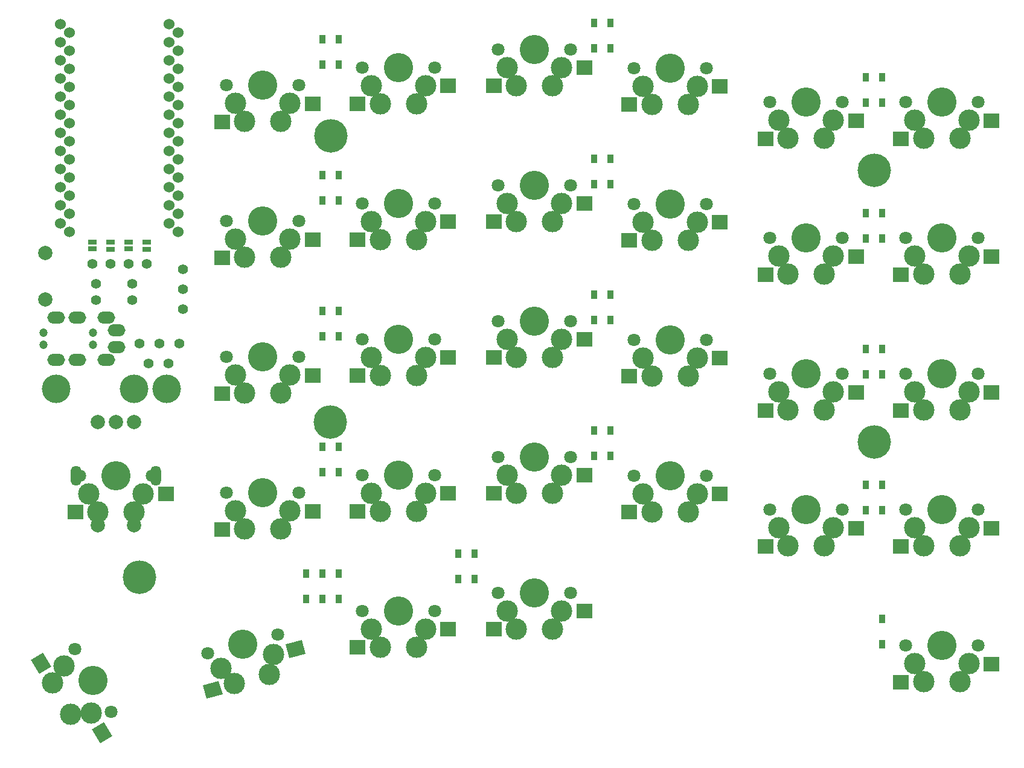
<source format=gbs>
G04 #@! TF.GenerationSoftware,KiCad,Pcbnew,(6.0.2-0)*
G04 #@! TF.CreationDate,2022-02-19T09:10:41+00:00*
G04 #@! TF.ProjectId,SofleKeyboard,536f666c-654b-4657-9962-6f6172642e6b,rev?*
G04 #@! TF.SameCoordinates,Original*
G04 #@! TF.FileFunction,Soldermask,Bot*
G04 #@! TF.FilePolarity,Negative*
%FSLAX46Y46*%
G04 Gerber Fmt 4.6, Leading zero omitted, Abs format (unit mm)*
G04 Created by KiCad (PCBNEW (6.0.2-0)) date 2022-02-19 09:10:41*
%MOMM*%
%LPD*%
G01*
G04 APERTURE LIST*
%ADD10R,0.950000X1.300000*%
%ADD11C,1.397000*%
%ADD12C,2.000000*%
%ADD13C,3.000000*%
%ADD14C,1.800000*%
%ADD15C,4.100000*%
%ADD16R,2.300000X2.000000*%
%ADD17O,1.500000X2.800000*%
%ADD18C,4.000000*%
%ADD19C,4.700000*%
%ADD20C,1.524000*%
%ADD21C,1.200000*%
%ADD22O,2.500000X1.700000*%
%ADD23R,1.143000X0.635000*%
G04 APERTURE END LIST*
D10*
X122174000Y-45723000D03*
X122174000Y-49273000D03*
X124460000Y-45723000D03*
X124460000Y-49273000D03*
X160274000Y-43437000D03*
X160274000Y-46987000D03*
X162560000Y-43437000D03*
X162560000Y-46987000D03*
X198374000Y-51057000D03*
X198374000Y-54607000D03*
X200660000Y-51057000D03*
X200660000Y-54607000D03*
X122174000Y-64773000D03*
X122174000Y-68323000D03*
X124460000Y-64773000D03*
X124460000Y-68323000D03*
X160274000Y-62487000D03*
X160274000Y-66037000D03*
X162560000Y-62487000D03*
X162560000Y-66037000D03*
X198374000Y-70107000D03*
X198374000Y-73657000D03*
X200660000Y-70107000D03*
X200660000Y-73657000D03*
X122174000Y-83823000D03*
X122174000Y-87373000D03*
X124460000Y-83823000D03*
X124460000Y-87373000D03*
X160274000Y-81537000D03*
X160274000Y-85087000D03*
X162560000Y-81537000D03*
X162560000Y-85087000D03*
X198374000Y-89157000D03*
X198374000Y-92707000D03*
X200660000Y-89157000D03*
X200660000Y-92707000D03*
X122174000Y-102873000D03*
X122174000Y-106423000D03*
X124460000Y-102873000D03*
X124460000Y-106423000D03*
X160274000Y-100587000D03*
X160274000Y-104137000D03*
X162560000Y-100587000D03*
X162560000Y-104137000D03*
X198374000Y-108207000D03*
X198374000Y-111757000D03*
X200660000Y-108207000D03*
X200660000Y-111757000D03*
X119888000Y-120646000D03*
X119888000Y-124196000D03*
X122174000Y-120653000D03*
X122174000Y-124203000D03*
X124460000Y-120646000D03*
X124460000Y-124196000D03*
X141224000Y-117856000D03*
X141224000Y-121406000D03*
X143510000Y-117859000D03*
X143510000Y-121409000D03*
X200660000Y-127003000D03*
X200660000Y-130553000D03*
D11*
X89916000Y-77216000D03*
X92456000Y-77216000D03*
X94996000Y-77216000D03*
X97536000Y-77216000D03*
X95504000Y-82296000D03*
X90424000Y-82296000D03*
X95504000Y-80010000D03*
X90424000Y-80010000D03*
D12*
X83312000Y-75744000D03*
X83312000Y-82244000D03*
D13*
X111287180Y-57269380D03*
D14*
X118907180Y-52189380D03*
X108747180Y-52189380D03*
D13*
X110017180Y-54729381D03*
X117637180Y-54729380D03*
D15*
X113827180Y-52189380D03*
D13*
X116367180Y-57269380D03*
D16*
X120827180Y-54769380D03*
X108127180Y-57309380D03*
D13*
X135366000Y-54768000D03*
D14*
X127746000Y-49688000D03*
D15*
X132826000Y-49688000D03*
D14*
X137906000Y-49688000D03*
D13*
X130286000Y-54768000D03*
X129016000Y-52228001D03*
X136636000Y-52228000D03*
D16*
X139826000Y-52268000D03*
X127126000Y-54808000D03*
D13*
X148116000Y-49710001D03*
X154466000Y-52250000D03*
D14*
X146846000Y-47170000D03*
D15*
X151926000Y-47170000D03*
D13*
X149386000Y-52250000D03*
D14*
X157006000Y-47170000D03*
D13*
X155736000Y-49710000D03*
D16*
X158926000Y-49750000D03*
X146226000Y-52290000D03*
D14*
X176007000Y-49789000D03*
D13*
X174737000Y-52329000D03*
X167117000Y-52329001D03*
D15*
X170927000Y-49789000D03*
D13*
X168387000Y-54869000D03*
D14*
X165847000Y-49789000D03*
D13*
X173467000Y-54869000D03*
D16*
X177927000Y-52369000D03*
X165227000Y-54909000D03*
D13*
X192566000Y-59669000D03*
X186216000Y-57129001D03*
X193836000Y-57129000D03*
D14*
X195106000Y-54589000D03*
D15*
X190026000Y-54589000D03*
D13*
X187486000Y-59669000D03*
D14*
X184946000Y-54589000D03*
D16*
X197026000Y-57169000D03*
X184326000Y-59709000D03*
D13*
X205215340Y-57130741D03*
X206485340Y-59670740D03*
D15*
X209025340Y-54590740D03*
D14*
X214105340Y-54590740D03*
D13*
X211565340Y-59670740D03*
D14*
X203945340Y-54590740D03*
D13*
X212835340Y-57130740D03*
D16*
X216025340Y-57170740D03*
X203325340Y-59710740D03*
D14*
X118907180Y-71239380D03*
X108747180Y-71239380D03*
D13*
X117637180Y-73779380D03*
X110017180Y-73779381D03*
X116367180Y-76319380D03*
D15*
X113827180Y-71239380D03*
D13*
X111287180Y-76319380D03*
D16*
X120827180Y-73819380D03*
X108127180Y-76359380D03*
D13*
X130286000Y-73818000D03*
X129016000Y-71278001D03*
X136636000Y-71278000D03*
D14*
X137906000Y-68738000D03*
D15*
X132826000Y-68738000D03*
D14*
X127746000Y-68738000D03*
D13*
X135366000Y-73818000D03*
D16*
X139826000Y-71318000D03*
X127126000Y-73858000D03*
D13*
X154466000Y-71300000D03*
D15*
X151926000Y-66220000D03*
D13*
X149386000Y-71300000D03*
X148116000Y-68760001D03*
D14*
X146846000Y-66220000D03*
X157006000Y-66220000D03*
D13*
X155736000Y-68760000D03*
D16*
X158926000Y-68800000D03*
X146226000Y-71340000D03*
D13*
X168387000Y-73919000D03*
X173467000Y-73919000D03*
X167117000Y-71379001D03*
D14*
X165847000Y-68839000D03*
D15*
X170927000Y-68839000D03*
D13*
X174737000Y-71379000D03*
D14*
X176007000Y-68839000D03*
D16*
X177927000Y-71419000D03*
X165227000Y-73959000D03*
D13*
X187486000Y-78719000D03*
D14*
X184946000Y-73639000D03*
D13*
X192566000Y-78719000D03*
X193836000Y-76179000D03*
X186216000Y-76179001D03*
D14*
X195106000Y-73639000D03*
D15*
X190026000Y-73639000D03*
D16*
X197026000Y-76219000D03*
X184326000Y-78759000D03*
D13*
X211565340Y-78720740D03*
X206485340Y-78720740D03*
X212835340Y-76180740D03*
D15*
X209025340Y-73640740D03*
D13*
X205215340Y-76180741D03*
D14*
X214105340Y-73640740D03*
X203945340Y-73640740D03*
D16*
X216025340Y-76220740D03*
X203325340Y-78760740D03*
D13*
X117637180Y-92829380D03*
X111287180Y-95369380D03*
X110017180Y-92829381D03*
X116367180Y-95369380D03*
D14*
X118907180Y-90289380D03*
D15*
X113827180Y-90289380D03*
D14*
X108747180Y-90289380D03*
D16*
X120827180Y-92869380D03*
X108127180Y-95409380D03*
D13*
X136636000Y-90328000D03*
D14*
X127746000Y-87788000D03*
X137906000Y-87788000D03*
D13*
X135366000Y-92868000D03*
X130286000Y-92868000D03*
D15*
X132826000Y-87788000D03*
D13*
X129016000Y-90328001D03*
D16*
X139826000Y-90368000D03*
X127126000Y-92908000D03*
D13*
X154466000Y-90350000D03*
D14*
X146846000Y-85270000D03*
D13*
X148116000Y-87810001D03*
X149386000Y-90350000D03*
X155736000Y-87810000D03*
D15*
X151926000Y-85270000D03*
D14*
X157006000Y-85270000D03*
D16*
X158926000Y-87850000D03*
X146226000Y-90390000D03*
D15*
X170927000Y-87889000D03*
D14*
X165847000Y-87889000D03*
X176007000Y-87889000D03*
D13*
X174737000Y-90429000D03*
X167117000Y-90429001D03*
X173467000Y-92969000D03*
X168387000Y-92969000D03*
D16*
X177927000Y-90469000D03*
X165227000Y-93009000D03*
D15*
X190026000Y-92689000D03*
D13*
X193836000Y-95229000D03*
X187486000Y-97769000D03*
D14*
X195106000Y-92689000D03*
D13*
X192566000Y-97769000D03*
X186216000Y-95229001D03*
D14*
X184946000Y-92689000D03*
D16*
X197026000Y-95269000D03*
X184326000Y-97809000D03*
D14*
X118907180Y-109339380D03*
D13*
X117637180Y-111879380D03*
X110017180Y-111879381D03*
D15*
X113827180Y-109339380D03*
D13*
X111287180Y-114419380D03*
D14*
X108747180Y-109339380D03*
D13*
X116367180Y-114419380D03*
D16*
X120827180Y-111919380D03*
X108127180Y-114459380D03*
D13*
X135366000Y-111918000D03*
X129016000Y-109378001D03*
X130286000Y-111918000D03*
X136636000Y-109378000D03*
D14*
X127746000Y-106838000D03*
X137906000Y-106838000D03*
D15*
X132826000Y-106838000D03*
D16*
X139826000Y-109418000D03*
X127126000Y-111958000D03*
D15*
X151926000Y-104320000D03*
D14*
X157006000Y-104320000D03*
D13*
X149386000Y-109400000D03*
X155736000Y-106860000D03*
X148116000Y-106860001D03*
X154466000Y-109400000D03*
D14*
X146846000Y-104320000D03*
D16*
X158926000Y-106900000D03*
X146226000Y-109440000D03*
D13*
X173467000Y-112019000D03*
D15*
X170927000Y-106939000D03*
D14*
X176007000Y-106939000D03*
X165847000Y-106939000D03*
D13*
X174737000Y-109479000D03*
X168387000Y-112019000D03*
X167117000Y-109479001D03*
D16*
X177927000Y-109519000D03*
X165227000Y-112059000D03*
D14*
X195106000Y-111739000D03*
X184946000Y-111739000D03*
D13*
X192566000Y-116819000D03*
D15*
X190026000Y-111739000D03*
D13*
X193836000Y-114279000D03*
X187486000Y-116819000D03*
X186216000Y-114279001D03*
D16*
X197026000Y-114319000D03*
X184326000Y-116859000D03*
D12*
X95718000Y-99434000D03*
X90718000Y-99434000D03*
X93218000Y-99434000D03*
D17*
X87618000Y-106934000D03*
X98818000Y-106934000D03*
D12*
X90718000Y-113934000D03*
X95718000Y-113934000D03*
D14*
X87468000Y-131229591D03*
D13*
X85903295Y-133599444D03*
X89713295Y-140198557D03*
X86878591Y-140368705D03*
D15*
X90008000Y-135629000D03*
D13*
X84338591Y-135969295D03*
D14*
X92548000Y-140028409D03*
G36*
X89832629Y-142485249D02*
G01*
X91564679Y-141485249D01*
X92714679Y-143477107D01*
X90982629Y-144477107D01*
X89832629Y-142485249D01*
G37*
G36*
X81282925Y-132756726D02*
G01*
X83014975Y-131756726D01*
X84164975Y-133748584D01*
X82432925Y-134748584D01*
X81282925Y-132756726D01*
G37*
D13*
X107951223Y-133993553D03*
X109835349Y-136118304D03*
D15*
X110974000Y-130554000D03*
D13*
X115311578Y-132021351D03*
D14*
X115880903Y-129239199D03*
X106067097Y-131868801D03*
D13*
X114742252Y-134803503D03*
G36*
X117551238Y-132497923D02*
G01*
X117033600Y-130566071D01*
X119255230Y-129970787D01*
X119772868Y-131902639D01*
X117551238Y-132497923D01*
G37*
G36*
X105941380Y-138238377D02*
G01*
X105423742Y-136306525D01*
X107645372Y-135711241D01*
X108163010Y-137643093D01*
X105941380Y-138238377D01*
G37*
D14*
X127746000Y-125888000D03*
D15*
X132826000Y-125888000D03*
D13*
X136636000Y-128428000D03*
X129016000Y-128428001D03*
X135366000Y-130968000D03*
X130286000Y-130968000D03*
D14*
X137906000Y-125888000D03*
D16*
X139826000Y-128468000D03*
X127126000Y-131008000D03*
D15*
X151926000Y-123370000D03*
D13*
X155736000Y-125910000D03*
D14*
X146846000Y-123370000D03*
D13*
X149386000Y-128450000D03*
X148116000Y-125910001D03*
D14*
X157006000Y-123370000D03*
D13*
X154466000Y-128450000D03*
D16*
X158926000Y-125950000D03*
X146226000Y-128490000D03*
D15*
X209025340Y-130790740D03*
D14*
X203945340Y-130790740D03*
D13*
X212835340Y-133330740D03*
D14*
X214105340Y-130790740D03*
D13*
X206485340Y-135870740D03*
X205215340Y-133330741D03*
X211565340Y-135870740D03*
D16*
X216025340Y-133370740D03*
X203325340Y-135910740D03*
D18*
X100330000Y-94742000D03*
X84836000Y-94742000D03*
D19*
X199535000Y-102230000D03*
X96520000Y-121158000D03*
X199527000Y-64116000D03*
X123313000Y-99419000D03*
X123320000Y-59286000D03*
D20*
X85414000Y-43650000D03*
X101952815Y-44845745D03*
X85414000Y-46190000D03*
X101952815Y-47385745D03*
X85414000Y-48730000D03*
X101952815Y-49925745D03*
X101952815Y-52465745D03*
X85414000Y-51270000D03*
X101952815Y-55005745D03*
X85414000Y-53810000D03*
X85414000Y-56350000D03*
X101952815Y-57545745D03*
X101952815Y-60085745D03*
X85414000Y-58890000D03*
X85414000Y-61430000D03*
X101952815Y-62625745D03*
X101952815Y-65165745D03*
X85414000Y-63970000D03*
X101952815Y-67705745D03*
X85414000Y-66510000D03*
X85414000Y-69050000D03*
X101952815Y-70245745D03*
X85414000Y-71590000D03*
X101952815Y-72785745D03*
X100654000Y-71590000D03*
X86712815Y-72785745D03*
X86712815Y-70245745D03*
X100654000Y-69050000D03*
X86712815Y-67705745D03*
X100654000Y-66510000D03*
X86712815Y-65165745D03*
X100654000Y-63970000D03*
X86712815Y-62625745D03*
X100654000Y-61430000D03*
X100654000Y-58890000D03*
X86712815Y-60085745D03*
X86712815Y-57545745D03*
X100654000Y-56350000D03*
X100654000Y-53810000D03*
X86712815Y-55005745D03*
X86712815Y-52465745D03*
X100654000Y-51270000D03*
X100654000Y-48730000D03*
X86712815Y-49925745D03*
X86712815Y-47385745D03*
X100654000Y-46190000D03*
X100654000Y-43650000D03*
X86712815Y-44845745D03*
D21*
X83034000Y-88618000D03*
X83034000Y-86868000D03*
X90034000Y-88618000D03*
X90034000Y-86868000D03*
D22*
X91834000Y-90718000D03*
X91834000Y-84768000D03*
X87834000Y-84768000D03*
X87834000Y-90718000D03*
X84834000Y-84768000D03*
X84834000Y-90718000D03*
X93334000Y-88968000D03*
X93334000Y-86518000D03*
D11*
X102616000Y-77978000D03*
D18*
X95758000Y-94742000D03*
D11*
X102616000Y-83566000D03*
X102616000Y-80772000D03*
D13*
X211565340Y-116820740D03*
X205215340Y-114280741D03*
D14*
X203945340Y-111740740D03*
X214105340Y-111740740D03*
D13*
X212835340Y-114280740D03*
D15*
X209025340Y-111740740D03*
D13*
X206485340Y-116820740D03*
D16*
X216025340Y-114320740D03*
X203325340Y-116860740D03*
D13*
X206485340Y-97770740D03*
X211565340Y-97770740D03*
D15*
X209025340Y-92690740D03*
D13*
X205215340Y-95230741D03*
D14*
X203945340Y-92690740D03*
D13*
X212835340Y-95230740D03*
D14*
X214105340Y-92690740D03*
D16*
X216025340Y-95270740D03*
X203325340Y-97810740D03*
D13*
X95758000Y-112014000D03*
D14*
X88138000Y-106934000D03*
X98298000Y-106934000D03*
D13*
X89408000Y-109474001D03*
D15*
X93218000Y-106934000D03*
D13*
X90678000Y-112014000D03*
X97028000Y-109474000D03*
D16*
X100218000Y-109514000D03*
X87518000Y-112054000D03*
D11*
X100584000Y-91186000D03*
X96520000Y-88392000D03*
X99314000Y-88392000D03*
X102108000Y-88392000D03*
X97790000Y-91186000D03*
D23*
X97536000Y-75176380D03*
X97536000Y-74175620D03*
X94996000Y-75168760D03*
X94996000Y-74168000D03*
X92456000Y-75176380D03*
X92456000Y-74175620D03*
X89916000Y-75168760D03*
X89916000Y-74168000D03*
M02*

</source>
